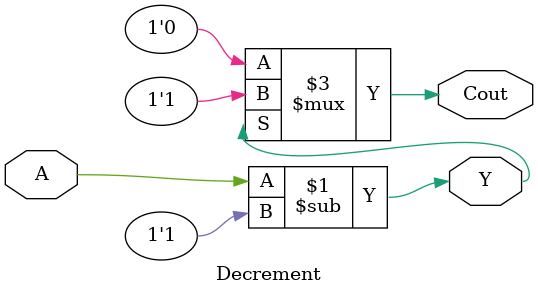
<source format=sv>
`timescale 1ns / 1ps


module Decrement(
    input A,
    output Y,
    output Cout
    ); 
    assign Y = A - 1'b1;
    assign Cout = (Y == 1'b1)? 1'b1 : 1'b0;
endmodule

</source>
